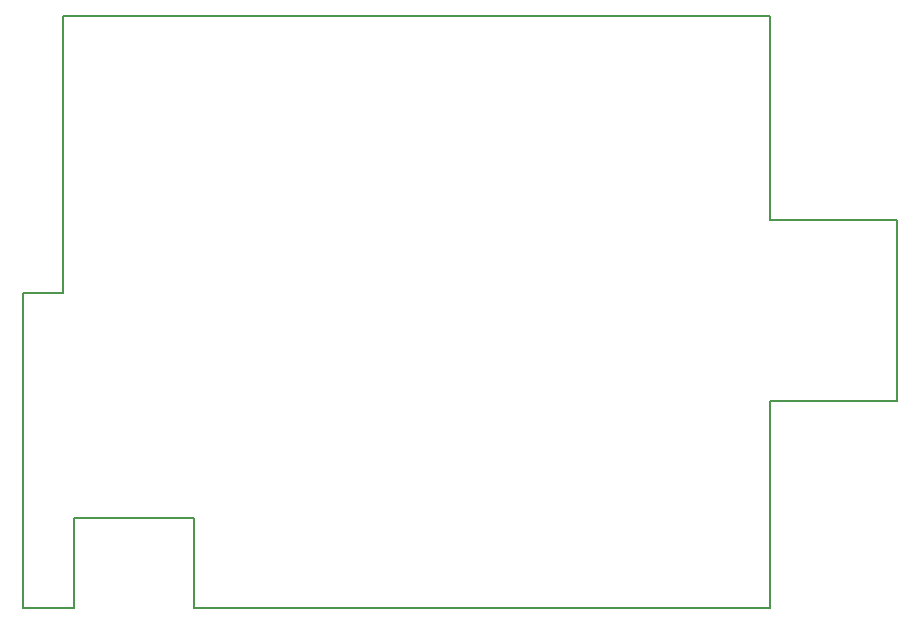
<source format=gm1>
G04 #@! TF.FileFunction,Profile,NP*
%FSLAX46Y46*%
G04 Gerber Fmt 4.6, Leading zero omitted, Abs format (unit mm)*
G04 Created by KiCad (PCBNEW 4.0.7) date 02/27/21 15:52:34*
%MOMM*%
%LPD*%
G01*
G04 APERTURE LIST*
%ADD10C,0.100000*%
%ADD11C,0.150000*%
G04 APERTURE END LIST*
D10*
D11*
X19431000Y-59944000D02*
X29591000Y-59944000D01*
X18669000Y-67564000D02*
X19431000Y-67564000D01*
X30353000Y-67564000D02*
X29591000Y-67564000D01*
X30353000Y-67564000D02*
X78359000Y-67564000D01*
X29591000Y-59944000D02*
X29591000Y-67564000D01*
X19431000Y-67564000D02*
X19431000Y-59944000D01*
X15113000Y-67564000D02*
X18669000Y-67564000D01*
X18542000Y-17399000D02*
X78359000Y-17399000D01*
X18542000Y-40894000D02*
X18542000Y-17399000D01*
X15113000Y-40894000D02*
X18542000Y-40894000D01*
X15113000Y-67564000D02*
X15113000Y-40894000D01*
X78359000Y-34671000D02*
X78359000Y-17399000D01*
X89154000Y-34671000D02*
X78359000Y-34671000D01*
X89154000Y-50038000D02*
X89154000Y-34671000D01*
X78359000Y-50038000D02*
X89154000Y-50038000D01*
X78359000Y-50038000D02*
X78359000Y-67564000D01*
M02*

</source>
